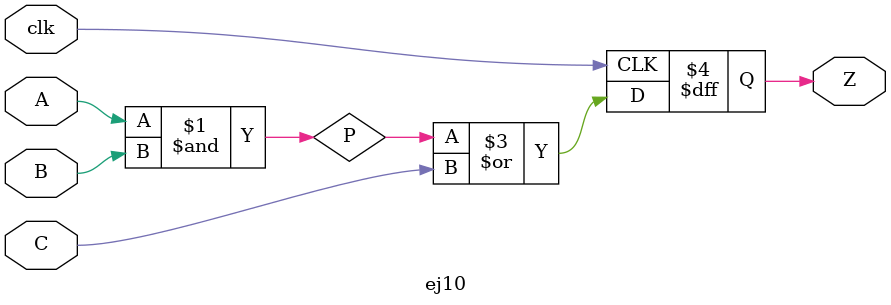
<source format=sv>
module ej10 (input logic A, B, C, clk,
				output logic Z);
	logic P;
	assign P = A & B;
	always_ff @ (posedge clk)
		begin
			Z <= P | C;
		end
endmodule
</source>
